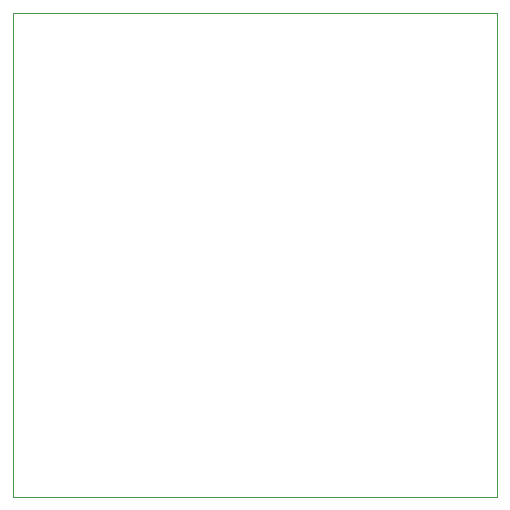
<source format=gbr>
%TF.GenerationSoftware,KiCad,Pcbnew,(after 2015-mar-04 BZR unknown)-product*%
%TF.CreationDate,2015-09-16T22:55:14+02:00*%
%TF.JobID,smoothie_sd,736D6F6F746869655F73642E6B696361,rev?*%
%TF.FileFunction,Profile,NP*%
%FSLAX46Y46*%
G04 Gerber Fmt 4.6, Leading zero omitted, Abs format (unit mm)*
G04 Created by KiCad (PCBNEW (after 2015-mar-04 BZR unknown)-product) date 16/09/2015 22:55:14*
%MOMM*%
G01*
G04 APERTURE LIST*
%ADD10C,0.100000*%
G04 APERTURE END LIST*
D10*
X108000000Y-71000000D02*
X108000000Y-112000000D01*
X149000000Y-71000000D02*
X108000000Y-71000000D01*
X149000000Y-112000000D02*
X149000000Y-71000000D01*
X108000000Y-112000000D02*
X149000000Y-112000000D01*
M02*

</source>
